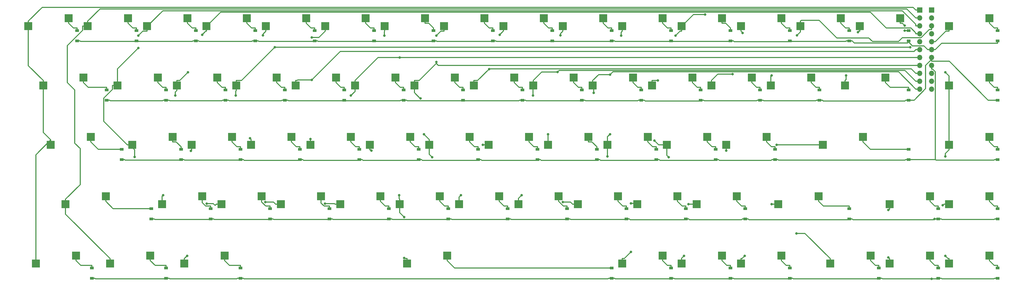
<source format=gbr>
G04 #@! TF.GenerationSoftware,KiCad,Pcbnew,(5.1.8-0-10_14)*
G04 #@! TF.CreationDate,2021-01-01T21:21:00+09:00*
G04 #@! TF.ProjectId,keyboard,6b657962-6f61-4726-942e-6b696361645f,rev?*
G04 #@! TF.SameCoordinates,Original*
G04 #@! TF.FileFunction,Copper,L2,Bot*
G04 #@! TF.FilePolarity,Positive*
%FSLAX46Y46*%
G04 Gerber Fmt 4.6, Leading zero omitted, Abs format (unit mm)*
G04 Created by KiCad (PCBNEW (5.1.8-0-10_14)) date 2021-01-01 21:21:00*
%MOMM*%
%LPD*%
G01*
G04 APERTURE LIST*
G04 #@! TA.AperFunction,ComponentPad*
%ADD10O,1.700000X1.700000*%
G04 #@! TD*
G04 #@! TA.AperFunction,ComponentPad*
%ADD11R,1.700000X1.700000*%
G04 #@! TD*
G04 #@! TA.AperFunction,SMDPad,CuDef*
%ADD12R,2.550000X2.500000*%
G04 #@! TD*
G04 #@! TA.AperFunction,SMDPad,CuDef*
%ADD13R,1.200000X0.900000*%
G04 #@! TD*
G04 #@! TA.AperFunction,ViaPad*
%ADD14C,0.800000*%
G04 #@! TD*
G04 #@! TA.AperFunction,Conductor*
%ADD15C,0.300000*%
G04 #@! TD*
G04 APERTURE END LIST*
D10*
X292100000Y-27200000D03*
X292100000Y-24660000D03*
X292100000Y-22120000D03*
X292100000Y-19580000D03*
X292100000Y-17040000D03*
X292100000Y-14500000D03*
X292100000Y-11960000D03*
X292100000Y-9420000D03*
X292100000Y-6880000D03*
X292100000Y-4340000D03*
D11*
X292100000Y-1800000D03*
D10*
X288290000Y-27200000D03*
X288290000Y-24660000D03*
X288290000Y-22120000D03*
X288290000Y-19580000D03*
X288290000Y-17040000D03*
X288290000Y-14500000D03*
X288290000Y-11960000D03*
X288290000Y-9420000D03*
X288290000Y-6880000D03*
X288290000Y-4340000D03*
D11*
X288290000Y-1800000D03*
D12*
X310642000Y-80645000D03*
X297715000Y-83185000D03*
X291592000Y-80645000D03*
X278665000Y-83185000D03*
X272542000Y-80645000D03*
X259615000Y-83185000D03*
X243967000Y-80645000D03*
X231040000Y-83185000D03*
X224917000Y-80645000D03*
X211990000Y-83185000D03*
X205867000Y-80645000D03*
X192940000Y-83185000D03*
X136811000Y-80645000D03*
X123884000Y-83185000D03*
X65373200Y-80645000D03*
X52446200Y-83185000D03*
X41560800Y-80645000D03*
X28633800Y-83185000D03*
X17748200Y-80645000D03*
X4821200Y-83185000D03*
X310642000Y-61595000D03*
X297715000Y-64135000D03*
X291592000Y-61595000D03*
X278665000Y-64135000D03*
X255873000Y-61595000D03*
X242946000Y-64135000D03*
X229680000Y-61595000D03*
X216753000Y-64135000D03*
X210630000Y-61595000D03*
X197703000Y-64135000D03*
X191580000Y-61595000D03*
X178653000Y-64135000D03*
X172530000Y-61595000D03*
X159603000Y-64135000D03*
X153480000Y-61595000D03*
X140553000Y-64135000D03*
X134430000Y-61595000D03*
X121503000Y-64135000D03*
X115380000Y-61595000D03*
X102453000Y-64135000D03*
X96329500Y-61595000D03*
X83402500Y-64135000D03*
X77279500Y-61595000D03*
X64352500Y-64135000D03*
X58229500Y-61595000D03*
X45302500Y-64135000D03*
X27273200Y-61595000D03*
X14346200Y-64135000D03*
X310642000Y-42545000D03*
X297715000Y-45085000D03*
X270161000Y-42545000D03*
X257234000Y-45085000D03*
X239204000Y-42545000D03*
X226277000Y-45085000D03*
X220154000Y-42545000D03*
X207227000Y-45085000D03*
X201104000Y-42545000D03*
X188177000Y-45085000D03*
X182054000Y-42545000D03*
X169127000Y-45085000D03*
X163004000Y-42545000D03*
X150077000Y-45085000D03*
X143954000Y-42545000D03*
X131027000Y-45085000D03*
X124904000Y-42545000D03*
X111977000Y-45085000D03*
X105854000Y-42545000D03*
X92927000Y-45085000D03*
X86804500Y-42545000D03*
X73877500Y-45085000D03*
X67754500Y-42545000D03*
X54827500Y-45085000D03*
X48704500Y-42545000D03*
X35777500Y-45085000D03*
X22510800Y-42545000D03*
X9583800Y-45085000D03*
X310642000Y-23495000D03*
X297715000Y-26035000D03*
X277304000Y-23495000D03*
X264377000Y-26035000D03*
X253492000Y-23495000D03*
X240565000Y-26035000D03*
X234442000Y-23495000D03*
X221515000Y-26035000D03*
X215392000Y-23495000D03*
X202465000Y-26035000D03*
X196342000Y-23495000D03*
X183415000Y-26035000D03*
X177292000Y-23495000D03*
X164365000Y-26035000D03*
X158242000Y-23495000D03*
X145315000Y-26035000D03*
X139192000Y-23495000D03*
X126265000Y-26035000D03*
X120142000Y-23495000D03*
X107215000Y-26035000D03*
X101092000Y-23495000D03*
X88165000Y-26035000D03*
X82042000Y-23495000D03*
X69115000Y-26035000D03*
X62992000Y-23495000D03*
X50065000Y-26035000D03*
X43942000Y-23495000D03*
X31015000Y-26035000D03*
X20129500Y-23495000D03*
X7202500Y-26035000D03*
X310642000Y-4445000D03*
X297715000Y-6985000D03*
X282067000Y-4445000D03*
X269140000Y-6985000D03*
X263017000Y-4445000D03*
X250090000Y-6985000D03*
X243967000Y-4445000D03*
X231040000Y-6985000D03*
X224917000Y-4445000D03*
X211990000Y-6985000D03*
X205867000Y-4445000D03*
X192940000Y-6985000D03*
X186817000Y-4445000D03*
X173890000Y-6985000D03*
X167767000Y-4445000D03*
X154840000Y-6985000D03*
X148717000Y-4445000D03*
X135790000Y-6985000D03*
X129667000Y-4445000D03*
X116740000Y-6985000D03*
X110617000Y-4445000D03*
X97690000Y-6985000D03*
X91567000Y-4445000D03*
X78640000Y-6985000D03*
X72517000Y-4445000D03*
X59590000Y-6985000D03*
X53467000Y-4445000D03*
X40540000Y-6985000D03*
X34417000Y-4445000D03*
X21490000Y-6985000D03*
X15367000Y-4445000D03*
X2440000Y-6985000D03*
D13*
X18050000Y-8375000D03*
X18050000Y-11675000D03*
X37100000Y-8375000D03*
X37100000Y-11675000D03*
X56150000Y-8375000D03*
X56150000Y-11675000D03*
X75200000Y-8375000D03*
X75200000Y-11675000D03*
X94250000Y-8375000D03*
X94250000Y-11675000D03*
X113300000Y-8375000D03*
X113300000Y-11675000D03*
X132350000Y-8375000D03*
X132350000Y-11675000D03*
X151400000Y-8375000D03*
X151400000Y-11675000D03*
X170450000Y-8375000D03*
X170450000Y-11675000D03*
X189500000Y-8375000D03*
X189500000Y-11675000D03*
X208550000Y-8375000D03*
X208550000Y-11675000D03*
X227600000Y-8375000D03*
X227600000Y-11675000D03*
X246650000Y-8375000D03*
X246650000Y-11675000D03*
X265700000Y-8375000D03*
X265700000Y-11675000D03*
X284750000Y-8375000D03*
X284750000Y-11675000D03*
X313325000Y-8375000D03*
X313325000Y-11675000D03*
X27575000Y-27425000D03*
X27575000Y-30725000D03*
X46625000Y-27425000D03*
X46625000Y-30725000D03*
X65675000Y-27425000D03*
X65675000Y-30725000D03*
X84725000Y-27425000D03*
X84725000Y-30725000D03*
X103775000Y-27425000D03*
X103775000Y-30725000D03*
X122825000Y-27425000D03*
X122825000Y-30725000D03*
X141875000Y-27425000D03*
X141875000Y-30725000D03*
X160925000Y-27425000D03*
X160925000Y-30725000D03*
X179975000Y-27425000D03*
X179975000Y-30725000D03*
X199025000Y-27425000D03*
X199025000Y-30725000D03*
X218075000Y-27425000D03*
X218075000Y-30725000D03*
X237125000Y-27425000D03*
X237125000Y-30725000D03*
X256175000Y-27425000D03*
X256175000Y-30725000D03*
X284750000Y-27425000D03*
X284750000Y-30725000D03*
X313325000Y-27425000D03*
X313325000Y-30725000D03*
X32337500Y-46475000D03*
X32337500Y-49775000D03*
X51387500Y-46475000D03*
X51387500Y-49775000D03*
X70437500Y-46475000D03*
X70437500Y-49775000D03*
X89487500Y-46475000D03*
X89487500Y-49775000D03*
X108538000Y-46475000D03*
X108538000Y-49775000D03*
X127588000Y-46475000D03*
X127588000Y-49775000D03*
X146638000Y-46475000D03*
X146638000Y-49775000D03*
X165688000Y-46475000D03*
X165688000Y-49775000D03*
X184738000Y-46475000D03*
X184738000Y-49775000D03*
X203788000Y-46475000D03*
X203788000Y-49775000D03*
X222838000Y-46475000D03*
X222838000Y-49775000D03*
X241888000Y-46475000D03*
X241888000Y-49775000D03*
X284750000Y-46475000D03*
X284750000Y-49775000D03*
X313325000Y-46475000D03*
X313325000Y-49775000D03*
X41862500Y-65525000D03*
X41862500Y-68825000D03*
X60912500Y-65525000D03*
X60912500Y-68825000D03*
X79962500Y-65525000D03*
X79962500Y-68825000D03*
X99012500Y-65525000D03*
X99012500Y-68825000D03*
X118062000Y-65525000D03*
X118062000Y-68825000D03*
X137112000Y-65525000D03*
X137112000Y-68825000D03*
X156162000Y-65525000D03*
X156162000Y-68825000D03*
X175212000Y-65525000D03*
X175212000Y-68825000D03*
X194262000Y-65525000D03*
X194262000Y-68825000D03*
X213312000Y-65525000D03*
X213312000Y-68825000D03*
X232362000Y-65525000D03*
X232362000Y-68825000D03*
X265700000Y-65525000D03*
X265700000Y-68825000D03*
X294275000Y-65525000D03*
X294275000Y-68825000D03*
X313325000Y-65525000D03*
X313325000Y-68825000D03*
X22812500Y-84575000D03*
X22812500Y-87875000D03*
X46625000Y-84575000D03*
X46625000Y-87875000D03*
X70437500Y-84575000D03*
X70437500Y-87875000D03*
X189500000Y-84575000D03*
X189500000Y-87875000D03*
X208550000Y-84575000D03*
X208550000Y-87875000D03*
X227600000Y-84575000D03*
X227600000Y-87875000D03*
X246650000Y-84575000D03*
X246650000Y-87875000D03*
X275225000Y-84575000D03*
X275225000Y-87875000D03*
X294275000Y-84575000D03*
X294275000Y-87875000D03*
X313325000Y-84575000D03*
X313325000Y-87875000D03*
D14*
X37717900Y-13959000D03*
X37717900Y-10025000D03*
X45681300Y-61223000D03*
X36509500Y-48982900D03*
X58183600Y-9730000D03*
X53644700Y-21761400D03*
X53345600Y-80664000D03*
X49557300Y-29249500D03*
X54594000Y-46979600D03*
X59614100Y-63954400D03*
X81516600Y-13759700D03*
X77662900Y-9880000D03*
X285290000Y-13759700D03*
X68912800Y-29249500D03*
X78476000Y-63447900D03*
X73553200Y-42953100D03*
X97576900Y-63927900D03*
X92884000Y-43228200D03*
X93352600Y-10622900D03*
X93352600Y-24184600D03*
X116615500Y-9979800D03*
X121494200Y-17040000D03*
X105886300Y-29249500D03*
X112435400Y-46942200D03*
X121333600Y-61223000D03*
X122966700Y-68291600D03*
X122966700Y-81334000D03*
X129297000Y-41655900D03*
X128225600Y-30112100D03*
X141197700Y-61191700D03*
X131914600Y-48994900D03*
X133278700Y-18481000D03*
X133278700Y-10025000D03*
X160677000Y-61191700D03*
X153589000Y-9730000D03*
X148187500Y-45085000D03*
X150211800Y-20755100D03*
X173877800Y-63451700D03*
X172127000Y-21720400D03*
X173062400Y-9880000D03*
X169114000Y-41655900D03*
X164318200Y-29249500D03*
X189022500Y-22519100D03*
X192541700Y-10004200D03*
X188169300Y-48749300D03*
X189022500Y-41625700D03*
X183797500Y-28333600D03*
X195711500Y-79448700D03*
X195711500Y-63849800D03*
X219500100Y-3256600D03*
X212751500Y-80664000D03*
X203236700Y-43701500D03*
X207840800Y-49020900D03*
X210004600Y-10025000D03*
X214182800Y-64135000D03*
X204319500Y-24434700D03*
X231500200Y-9186200D03*
X226236400Y-46935600D03*
X232230800Y-80664000D03*
X228306800Y-22405400D03*
X242427900Y-45085000D03*
X248994400Y-9880000D03*
X240784600Y-22769200D03*
X248748000Y-73487100D03*
X240784600Y-64135000D03*
X268527400Y-8864700D03*
X264674800Y-22769200D03*
X278218100Y-81183100D03*
X278218100Y-65987200D03*
X296528400Y-80695200D03*
X296528400Y-48748000D03*
X296528400Y-21761400D03*
X295657500Y-64462400D03*
X293067300Y-68825000D03*
X292115400Y-88095300D03*
X283463400Y-6788900D03*
X283463400Y-8375000D03*
D15*
X287089700Y-1800000D02*
X286197300Y-907600D01*
X286197300Y-907600D02*
X6917100Y-907600D01*
X6917100Y-907600D02*
X2440000Y-5384700D01*
X9583800Y-43484700D02*
X4821200Y-48247300D01*
X4821200Y-48247300D02*
X4821200Y-83185000D01*
X7202500Y-26035000D02*
X7202500Y-41103400D01*
X7202500Y-41103400D02*
X9583800Y-43484700D01*
X7202500Y-26035000D02*
X7202500Y-24434700D01*
X9583800Y-45085000D02*
X9583800Y-43484700D01*
X7202500Y-24434700D02*
X2440000Y-19672200D01*
X2440000Y-19672200D02*
X2440000Y-6985000D01*
X288290000Y-1800000D02*
X287089700Y-1800000D01*
X2440000Y-6985000D02*
X2440000Y-5384700D01*
X21490000Y-6985000D02*
X19864700Y-6985000D01*
X14346200Y-64135000D02*
X14346200Y-62534700D01*
X14346200Y-62534700D02*
X19042800Y-57838100D01*
X19042800Y-57838100D02*
X19042800Y-46237300D01*
X19042800Y-46237300D02*
X17332900Y-44527400D01*
X17332900Y-44527400D02*
X17332900Y-27468700D01*
X17332900Y-27468700D02*
X14958300Y-25094100D01*
X14958300Y-25094100D02*
X14958300Y-13208900D01*
X14958300Y-13208900D02*
X19864700Y-8302500D01*
X19864700Y-8302500D02*
X19864700Y-6985000D01*
X28633800Y-81584700D02*
X14346200Y-67297100D01*
X14346200Y-67297100D02*
X14346200Y-64135000D01*
X287089700Y-4340000D02*
X284169200Y-1419500D01*
X284169200Y-1419500D02*
X25455200Y-1419500D01*
X25455200Y-1419500D02*
X21490000Y-5384700D01*
X21490000Y-6985000D02*
X21490000Y-5384700D01*
X28633800Y-83185000D02*
X28633800Y-81584700D01*
X288290000Y-4340000D02*
X287089700Y-4340000D01*
X288290000Y-6880000D02*
X287089700Y-6880000D01*
X40540000Y-7074300D02*
X45610100Y-2004200D01*
X45610100Y-2004200D02*
X282711300Y-2004200D01*
X282711300Y-2004200D02*
X287089700Y-6382600D01*
X287089700Y-6382600D02*
X287089700Y-6880000D01*
X40540000Y-6985000D02*
X40540000Y-7074300D01*
X40540000Y-7154800D02*
X40540000Y-7074300D01*
X40540000Y-7154800D02*
X40540000Y-8585300D01*
X37717900Y-13959000D02*
X31015000Y-20661900D01*
X31015000Y-20661900D02*
X31015000Y-26035000D01*
X40540000Y-8585300D02*
X39157600Y-8585300D01*
X39157600Y-8585300D02*
X37717900Y-10025000D01*
X45681300Y-61223000D02*
X45302500Y-61601800D01*
X45302500Y-61601800D02*
X45302500Y-64135000D01*
X34964900Y-45085000D02*
X36509500Y-46629600D01*
X36509500Y-46629600D02*
X36509500Y-48982900D01*
X34964900Y-45085000D02*
X34152200Y-45085000D01*
X35777500Y-45085000D02*
X34964900Y-45085000D01*
X31015000Y-26035000D02*
X29389700Y-26035000D01*
X29389700Y-26035000D02*
X29389700Y-27270900D01*
X29389700Y-27270900D02*
X26624600Y-30036000D01*
X26624600Y-30036000D02*
X26624600Y-37557400D01*
X26624600Y-37557400D02*
X34152200Y-45085000D01*
X287089700Y-9420000D02*
X287089700Y-9140300D01*
X287089700Y-9140300D02*
X285496700Y-7547300D01*
X285496700Y-7547300D02*
X277562800Y-7547300D01*
X277562800Y-7547300D02*
X272521800Y-2506300D01*
X272521800Y-2506300D02*
X64113300Y-2506300D01*
X64113300Y-2506300D02*
X59590000Y-7029600D01*
X288290000Y-9420000D02*
X287089700Y-9420000D01*
X59590000Y-7029600D02*
X59590000Y-7074300D01*
X59590000Y-6985000D02*
X59590000Y-7029600D01*
X59590000Y-7154800D02*
X59590000Y-7074300D01*
X59590000Y-7154800D02*
X59590000Y-8585300D01*
X50065000Y-26035000D02*
X50065000Y-24434700D01*
X58183600Y-9730000D02*
X59328300Y-8585300D01*
X59328300Y-8585300D02*
X59590000Y-8585300D01*
X50065000Y-24434700D02*
X50971400Y-24434700D01*
X50971400Y-24434700D02*
X53644700Y-21761400D01*
X50065000Y-26817400D02*
X50065000Y-26035000D01*
X52446200Y-83185000D02*
X52446200Y-81584700D01*
X52446200Y-81584700D02*
X53345600Y-80685300D01*
X53345600Y-80685300D02*
X53345600Y-80664000D01*
X50065000Y-26817400D02*
X50065000Y-27635300D01*
X49557300Y-29249500D02*
X49557300Y-28143000D01*
X49557300Y-28143000D02*
X50065000Y-27635300D01*
X62727200Y-64135000D02*
X62399800Y-64462400D01*
X62399800Y-64462400D02*
X62295000Y-64462400D01*
X62295000Y-64462400D02*
X61787000Y-63954400D01*
X61787000Y-63954400D02*
X59614100Y-63954400D01*
X54594000Y-46979600D02*
X54827500Y-46746100D01*
X54827500Y-46746100D02*
X54827500Y-45085000D01*
X64352500Y-64135000D02*
X62727200Y-64135000D01*
X78640000Y-6985000D02*
X78640000Y-8585300D01*
X69115000Y-26035000D02*
X69115000Y-24434700D01*
X81516600Y-13759700D02*
X285290000Y-13759700D01*
X69115000Y-24434700D02*
X70841600Y-24434700D01*
X70841600Y-24434700D02*
X81516600Y-13759700D01*
X78640000Y-8585300D02*
X77662900Y-9562400D01*
X77662900Y-9562400D02*
X77662900Y-9880000D01*
X69115000Y-26035000D02*
X69115000Y-27635300D01*
X69115000Y-27635300D02*
X68912800Y-27837500D01*
X68912800Y-27837500D02*
X68912800Y-29249500D01*
X83402500Y-64135000D02*
X81777200Y-64135000D01*
X81777200Y-64135000D02*
X81090100Y-63447900D01*
X81090100Y-63447900D02*
X78476000Y-63447900D01*
X73877500Y-45085000D02*
X73877500Y-43277400D01*
X73877500Y-43277400D02*
X73553200Y-42953100D01*
X102453000Y-64135000D02*
X100827700Y-64135000D01*
X97576900Y-63927900D02*
X100620600Y-63927900D01*
X100620600Y-63927900D02*
X100827700Y-64135000D01*
X92927000Y-45085000D02*
X92927000Y-43271200D01*
X92927000Y-43271200D02*
X92884000Y-43228200D01*
X288290000Y-14500000D02*
X287089700Y-14500000D01*
X287089700Y-14500000D02*
X286544800Y-15044900D01*
X286544800Y-15044900D02*
X102492300Y-15044900D01*
X102492300Y-15044900D02*
X93352600Y-24184600D01*
X88165000Y-24434700D02*
X88572400Y-24434700D01*
X88572400Y-24434700D02*
X88822500Y-24184600D01*
X88822500Y-24184600D02*
X93352600Y-24184600D01*
X97690000Y-8585300D02*
X95652400Y-10622900D01*
X95652400Y-10622900D02*
X93352600Y-10622900D01*
X97690000Y-6985000D02*
X97690000Y-8585300D01*
X88165000Y-26035000D02*
X88165000Y-24434700D01*
X116740000Y-6985000D02*
X116740000Y-8585300D01*
X116615500Y-9979800D02*
X116615500Y-8709800D01*
X116615500Y-8709800D02*
X116740000Y-8585300D01*
X121494200Y-17040000D02*
X114609700Y-17040000D01*
X114609700Y-17040000D02*
X107215000Y-24434700D01*
X287089700Y-17040000D02*
X121494200Y-17040000D01*
X107215000Y-26035000D02*
X107215000Y-24434700D01*
X105886300Y-29249500D02*
X107215000Y-27920800D01*
X107215000Y-27920800D02*
X107215000Y-26035000D01*
X121503000Y-64135000D02*
X121503000Y-62534700D01*
X121503000Y-62534700D02*
X121333600Y-62365300D01*
X121333600Y-62365300D02*
X121333600Y-61223000D01*
X122966700Y-68291600D02*
X121503000Y-66827900D01*
X121503000Y-66827900D02*
X121503000Y-64135000D01*
X111977000Y-45085000D02*
X111977000Y-46685300D01*
X112435400Y-46942200D02*
X112178500Y-46685300D01*
X112178500Y-46685300D02*
X111977000Y-46685300D01*
X288290000Y-17040000D02*
X287089700Y-17040000D01*
X123884000Y-83185000D02*
X123884000Y-81584700D01*
X123884000Y-81584700D02*
X123217400Y-81584700D01*
X123217400Y-81584700D02*
X122966700Y-81334000D01*
X126265000Y-26035000D02*
X126265000Y-24434700D01*
X133278700Y-18924500D02*
X127768500Y-24434700D01*
X127768500Y-24434700D02*
X126265000Y-24434700D01*
X133278700Y-18924500D02*
X133934200Y-19580000D01*
X133934200Y-19580000D02*
X287089700Y-19580000D01*
X133278700Y-18481000D02*
X133278700Y-18924500D01*
X129297000Y-41655900D02*
X131027000Y-43385900D01*
X131027000Y-43385900D02*
X131027000Y-45085000D01*
X126265000Y-26035000D02*
X126265000Y-28318200D01*
X126265000Y-28318200D02*
X128058900Y-30112100D01*
X128058900Y-30112100D02*
X128225600Y-30112100D01*
X141197700Y-61191700D02*
X140553000Y-61836400D01*
X140553000Y-61836400D02*
X140553000Y-64135000D01*
X131027000Y-45085000D02*
X131027000Y-48107300D01*
X131027000Y-48107300D02*
X131914600Y-48994900D01*
X288290000Y-19580000D02*
X287089700Y-19580000D01*
X135790000Y-6985000D02*
X135790000Y-8585300D01*
X135790000Y-8585300D02*
X134718400Y-8585300D01*
X134718400Y-8585300D02*
X133278700Y-10025000D01*
X160677000Y-61191700D02*
X159603000Y-62265700D01*
X159603000Y-62265700D02*
X159603000Y-64135000D01*
X154840000Y-6985000D02*
X154840000Y-8585300D01*
X154840000Y-8585300D02*
X154733700Y-8585300D01*
X154733700Y-8585300D02*
X153589000Y-9730000D01*
X287089700Y-22120000D02*
X285606700Y-20637000D01*
X285606700Y-20637000D02*
X150329900Y-20637000D01*
X150329900Y-20637000D02*
X150211800Y-20755100D01*
X145315000Y-24434700D02*
X146532200Y-24434700D01*
X146532200Y-24434700D02*
X150211800Y-20755100D01*
X288290000Y-22120000D02*
X287089700Y-22120000D01*
X148451700Y-45085000D02*
X148187500Y-45085000D01*
X150077000Y-45085000D02*
X148451700Y-45085000D01*
X145315000Y-26035000D02*
X145315000Y-24434700D01*
X178653000Y-64135000D02*
X177027700Y-64135000D01*
X177027700Y-64135000D02*
X176344400Y-63451700D01*
X176344400Y-63451700D02*
X173877800Y-63451700D01*
X173890000Y-6985000D02*
X173890000Y-8585300D01*
X169114000Y-41655900D02*
X169127000Y-41668900D01*
X169127000Y-41668900D02*
X169127000Y-45085000D01*
X172127000Y-21720400D02*
X167079300Y-21720400D01*
X167079300Y-21720400D02*
X164365000Y-24434700D01*
X287089700Y-24660000D02*
X283567000Y-21137300D01*
X283567000Y-21137300D02*
X172710100Y-21137300D01*
X172710100Y-21137300D02*
X172127000Y-21720400D01*
X173890000Y-8585300D02*
X173062400Y-9412900D01*
X173062400Y-9412900D02*
X173062400Y-9880000D01*
X164365000Y-25234800D02*
X164318200Y-25281600D01*
X164318200Y-25281600D02*
X164318200Y-29249500D01*
X164365000Y-25234800D02*
X164365000Y-24434700D01*
X164365000Y-26035000D02*
X164365000Y-25234800D01*
X288290000Y-24660000D02*
X287089700Y-24660000D01*
X192940000Y-6985000D02*
X192940000Y-8585300D01*
X189022500Y-22519100D02*
X189904000Y-21637600D01*
X189904000Y-21637600D02*
X281527300Y-21637600D01*
X281527300Y-21637600D02*
X287089700Y-27200000D01*
X189022500Y-22519100D02*
X185330600Y-22519100D01*
X185330600Y-22519100D02*
X183415000Y-24434700D01*
X192940000Y-8585300D02*
X192541700Y-8983600D01*
X192541700Y-8983600D02*
X192541700Y-10004200D01*
X188177000Y-45085000D02*
X188177000Y-46685300D01*
X188177000Y-46685300D02*
X188169300Y-46693000D01*
X188169300Y-46693000D02*
X188169300Y-48749300D01*
X189022500Y-41625700D02*
X188177000Y-42471200D01*
X188177000Y-42471200D02*
X188177000Y-45085000D01*
X183415000Y-25234800D02*
X183797500Y-25617300D01*
X183797500Y-25617300D02*
X183797500Y-28333600D01*
X183415000Y-25234800D02*
X183415000Y-24434700D01*
X183415000Y-26035000D02*
X183415000Y-25234800D01*
X197703000Y-64135000D02*
X197703000Y-63874500D01*
X197703000Y-63874500D02*
X197678300Y-63849800D01*
X197678300Y-63849800D02*
X195711500Y-63849800D01*
X192940000Y-83185000D02*
X192940000Y-81584700D01*
X192940000Y-81584700D02*
X193575500Y-81584700D01*
X193575500Y-81584700D02*
X195711500Y-79448700D01*
X288290000Y-27200000D02*
X287089700Y-27200000D01*
X211990000Y-7029600D02*
X215763000Y-3256600D01*
X215763000Y-3256600D02*
X219500100Y-3256600D01*
X211990000Y-7029600D02*
X211990000Y-7074300D01*
X211990000Y-6985000D02*
X211990000Y-7029600D01*
X212751500Y-80664000D02*
X211990000Y-81425500D01*
X211990000Y-81425500D02*
X211990000Y-83185000D01*
X207227000Y-45085000D02*
X204620200Y-45085000D01*
X204620200Y-45085000D02*
X203236700Y-43701500D01*
X207227000Y-45085000D02*
X207227000Y-48407100D01*
X207227000Y-48407100D02*
X207840800Y-49020900D01*
X211990000Y-7154800D02*
X211990000Y-7074300D01*
X211990000Y-7154800D02*
X211990000Y-8585300D01*
X211990000Y-8585300D02*
X211444300Y-8585300D01*
X211444300Y-8585300D02*
X210004600Y-10025000D01*
X216753000Y-64135000D02*
X214182800Y-64135000D01*
X202465000Y-24434700D02*
X204319500Y-24434700D01*
X202465000Y-26035000D02*
X202465000Y-24434700D01*
X231040000Y-6985000D02*
X231040000Y-8585300D01*
X231040000Y-8585300D02*
X231500200Y-9045500D01*
X231500200Y-9045500D02*
X231500200Y-9186200D01*
X226277000Y-46685300D02*
X226277000Y-46895000D01*
X226277000Y-46895000D02*
X226236400Y-46935600D01*
X226277000Y-45085000D02*
X226277000Y-46685300D01*
X231040000Y-83185000D02*
X231040000Y-81584700D01*
X232230800Y-80664000D02*
X231310100Y-81584700D01*
X231310100Y-81584700D02*
X231040000Y-81584700D01*
X221515000Y-26035000D02*
X221515000Y-24434700D01*
X221515000Y-24434700D02*
X223544300Y-22405400D01*
X223544300Y-22405400D02*
X228306800Y-22405400D01*
X250090000Y-6985000D02*
X250090000Y-5384700D01*
X250090000Y-5384700D02*
X250386600Y-5088100D01*
X250386600Y-5088100D02*
X256053600Y-5088100D01*
X256053600Y-5088100D02*
X261715800Y-10750300D01*
X261715800Y-10750300D02*
X272011100Y-10750300D01*
X272011100Y-10750300D02*
X273148200Y-11887400D01*
X273148200Y-11887400D02*
X281517600Y-11887400D01*
X281517600Y-11887400D02*
X282715000Y-10690000D01*
X282715000Y-10690000D02*
X288780400Y-10690000D01*
X288780400Y-10690000D02*
X291390100Y-8080300D01*
X291390100Y-8080300D02*
X292100000Y-8080300D01*
X248994400Y-9880000D02*
X250090000Y-8784400D01*
X250090000Y-8784400D02*
X250090000Y-6985000D01*
X292100000Y-6880000D02*
X292100000Y-8080300D01*
X257234000Y-45085000D02*
X242427900Y-45085000D01*
X240565000Y-26035000D02*
X240565000Y-22988800D01*
X240565000Y-22988800D02*
X240784600Y-22769200D01*
X259615000Y-83185000D02*
X259615000Y-81584700D01*
X248748000Y-73487100D02*
X251517400Y-73487100D01*
X251517400Y-73487100D02*
X259615000Y-81584700D01*
X242946000Y-64135000D02*
X240784600Y-64135000D01*
X269140000Y-6985000D02*
X269140000Y-8585300D01*
X269140000Y-8585300D02*
X268806800Y-8585300D01*
X268806800Y-8585300D02*
X268527400Y-8864700D01*
X264377000Y-26035000D02*
X264377000Y-24434700D01*
X264377000Y-24434700D02*
X264674800Y-24136900D01*
X264674800Y-24136900D02*
X264674800Y-22769200D01*
X278665000Y-65735300D02*
X278470000Y-65735300D01*
X278470000Y-65735300D02*
X278218100Y-65987200D01*
X278665000Y-83185000D02*
X278665000Y-81584700D01*
X278665000Y-81584700D02*
X278619700Y-81584700D01*
X278619700Y-81584700D02*
X278218100Y-81183100D01*
X278665000Y-64135000D02*
X278665000Y-65735300D01*
X297715000Y-83185000D02*
X297715000Y-81584700D01*
X296528400Y-80695200D02*
X297417900Y-81584700D01*
X297417900Y-81584700D02*
X297715000Y-81584700D01*
X297715000Y-45085000D02*
X297715000Y-46685300D01*
X297715000Y-46685300D02*
X296528400Y-47871900D01*
X296528400Y-47871900D02*
X296528400Y-48748000D01*
X297715000Y-26035000D02*
X297715000Y-45085000D01*
X296528400Y-21761400D02*
X297715000Y-22948000D01*
X297715000Y-22948000D02*
X297715000Y-26035000D01*
X292100000Y-11960000D02*
X293300300Y-11960000D01*
X297715000Y-6985000D02*
X297715000Y-8585300D01*
X297715000Y-8585300D02*
X296675000Y-8585300D01*
X296675000Y-8585300D02*
X293300300Y-11960000D01*
X297715000Y-64135000D02*
X296089700Y-64135000D01*
X295657500Y-64462400D02*
X295762300Y-64462400D01*
X295762300Y-64462400D02*
X296089700Y-64135000D01*
X266650300Y-11675000D02*
X267363100Y-12387800D01*
X267363100Y-12387800D02*
X284437300Y-12387800D01*
X284437300Y-12387800D02*
X284750000Y-12075100D01*
X75200000Y-11675000D02*
X76150300Y-11675000D01*
X94725200Y-11675000D02*
X94497500Y-11902700D01*
X94497500Y-11902700D02*
X76378000Y-11902700D01*
X76378000Y-11902700D02*
X76150300Y-11675000D01*
X94725200Y-11675000D02*
X95200300Y-11675000D01*
X94250000Y-11675000D02*
X94725200Y-11675000D01*
X113537600Y-11675000D02*
X113337700Y-11874900D01*
X113337700Y-11874900D02*
X95400200Y-11874900D01*
X95400200Y-11874900D02*
X95200300Y-11675000D01*
X113537600Y-11675000D02*
X113775200Y-11675000D01*
X113300000Y-11675000D02*
X113537600Y-11675000D01*
X132825200Y-11675000D02*
X132625500Y-11874700D01*
X132625500Y-11874700D02*
X113974900Y-11874700D01*
X113974900Y-11874700D02*
X113775200Y-11675000D01*
X132825200Y-11675000D02*
X133300300Y-11675000D01*
X132350000Y-11675000D02*
X132825200Y-11675000D01*
X151875200Y-11675000D02*
X151675300Y-11874900D01*
X151675300Y-11874900D02*
X133500200Y-11874900D01*
X133500200Y-11874900D02*
X133300300Y-11675000D01*
X151875200Y-11675000D02*
X152350300Y-11675000D01*
X151400000Y-11675000D02*
X151875200Y-11675000D01*
X170687600Y-11675000D02*
X170464600Y-11898000D01*
X170464600Y-11898000D02*
X152573300Y-11898000D01*
X152573300Y-11898000D02*
X152350300Y-11675000D01*
X170687600Y-11675000D02*
X170925200Y-11675000D01*
X170450000Y-11675000D02*
X170687600Y-11675000D01*
X189975200Y-11675000D02*
X189777600Y-11872600D01*
X189777600Y-11872600D02*
X171122800Y-11872600D01*
X171122800Y-11872600D02*
X170925200Y-11675000D01*
X189975200Y-11675000D02*
X190450300Y-11675000D01*
X189500000Y-11675000D02*
X189975200Y-11675000D01*
X208787600Y-11675000D02*
X208592800Y-11869800D01*
X208592800Y-11869800D02*
X190645100Y-11869800D01*
X190645100Y-11869800D02*
X190450300Y-11675000D01*
X208787600Y-11675000D02*
X209025200Y-11675000D01*
X208550000Y-11675000D02*
X208787600Y-11675000D01*
X292100000Y-14500000D02*
X293300300Y-14500000D01*
X313325000Y-11675000D02*
X313325000Y-12475300D01*
X313325000Y-12475300D02*
X295325000Y-12475300D01*
X295325000Y-12475300D02*
X293300300Y-14500000D01*
X228075200Y-11675000D02*
X227861400Y-11888800D01*
X227861400Y-11888800D02*
X209239000Y-11888800D01*
X209239000Y-11888800D02*
X209025200Y-11675000D01*
X228075200Y-11675000D02*
X228550300Y-11675000D01*
X227600000Y-11675000D02*
X228075200Y-11675000D01*
X246887600Y-11675000D02*
X246647200Y-11915400D01*
X246647200Y-11915400D02*
X228790700Y-11915400D01*
X228790700Y-11915400D02*
X228550300Y-11675000D01*
X246887600Y-11675000D02*
X247125200Y-11675000D01*
X246650000Y-11675000D02*
X246887600Y-11675000D01*
X290899700Y-14500000D02*
X289699400Y-13299700D01*
X289699400Y-13299700D02*
X285974600Y-13299700D01*
X285974600Y-13299700D02*
X284750000Y-12075100D01*
X292100000Y-14500000D02*
X290899700Y-14500000D01*
X265700000Y-11675000D02*
X266650300Y-11675000D01*
X284750000Y-11675000D02*
X284750000Y-12075100D01*
X265700000Y-11675000D02*
X264749700Y-11675000D01*
X247125200Y-11675000D02*
X247323600Y-11873400D01*
X247323600Y-11873400D02*
X264551300Y-11873400D01*
X264551300Y-11873400D02*
X264749700Y-11675000D01*
X75200000Y-11675000D02*
X74249700Y-11675000D01*
X74249700Y-11675000D02*
X74040400Y-11884300D01*
X74040400Y-11884300D02*
X57309600Y-11884300D01*
X57309600Y-11884300D02*
X57100300Y-11675000D01*
X56150000Y-11675000D02*
X57100300Y-11675000D01*
X56150000Y-11675000D02*
X55199700Y-11675000D01*
X55199700Y-11675000D02*
X54990100Y-11884600D01*
X54990100Y-11884600D02*
X37784800Y-11884600D01*
X37784800Y-11884600D02*
X37575200Y-11675000D01*
X19000300Y-11675000D02*
X19204400Y-11879100D01*
X19204400Y-11879100D02*
X37371100Y-11879100D01*
X37371100Y-11879100D02*
X37575200Y-11675000D01*
X18050000Y-11675000D02*
X19000300Y-11675000D01*
X37100000Y-11675000D02*
X37575200Y-11675000D01*
X46625000Y-30725000D02*
X45674700Y-30725000D01*
X27575000Y-30725000D02*
X28525300Y-30725000D01*
X28525300Y-30725000D02*
X28719600Y-30919300D01*
X28719600Y-30919300D02*
X45480400Y-30919300D01*
X45480400Y-30919300D02*
X45674700Y-30725000D01*
X284750000Y-30725000D02*
X283799700Y-30725000D01*
X283799700Y-30725000D02*
X283562700Y-30962000D01*
X283562700Y-30962000D02*
X257362300Y-30962000D01*
X257362300Y-30962000D02*
X257125300Y-30725000D01*
X292100000Y-17638100D02*
X290195000Y-19543100D01*
X290195000Y-19543100D02*
X290195000Y-27035200D01*
X290195000Y-27035200D02*
X286505200Y-30725000D01*
X286505200Y-30725000D02*
X284750000Y-30725000D01*
X256175000Y-30725000D02*
X257125300Y-30725000D01*
X292100000Y-17638100D02*
X292100000Y-18240300D01*
X292100000Y-17040000D02*
X292100000Y-17638100D01*
X199025000Y-30725000D02*
X199975300Y-30725000D01*
X218550200Y-30725000D02*
X218296100Y-30979100D01*
X218296100Y-30979100D02*
X200229400Y-30979100D01*
X200229400Y-30979100D02*
X199975300Y-30725000D01*
X218550200Y-30725000D02*
X219025300Y-30725000D01*
X218075000Y-30725000D02*
X218550200Y-30725000D01*
X160925000Y-30725000D02*
X161875300Y-30725000D01*
X180450200Y-30725000D02*
X180255900Y-30919300D01*
X180255900Y-30919300D02*
X162069600Y-30919300D01*
X162069600Y-30919300D02*
X161875300Y-30725000D01*
X180450200Y-30725000D02*
X180925300Y-30725000D01*
X179975000Y-30725000D02*
X180450200Y-30725000D01*
X199025000Y-30725000D02*
X198074700Y-30725000D01*
X198074700Y-30725000D02*
X197880400Y-30919300D01*
X197880400Y-30919300D02*
X181119600Y-30919300D01*
X181119600Y-30919300D02*
X180925300Y-30725000D01*
X313325000Y-30725000D02*
X310265600Y-30725000D01*
X310265600Y-30725000D02*
X297780900Y-18240300D01*
X297780900Y-18240300D02*
X292100000Y-18240300D01*
X65675000Y-30725000D02*
X64724700Y-30725000D01*
X46625000Y-30725000D02*
X47575300Y-30725000D01*
X47575300Y-30725000D02*
X47769600Y-30919300D01*
X47769600Y-30919300D02*
X64530400Y-30919300D01*
X64530400Y-30919300D02*
X64724700Y-30725000D01*
X103775000Y-30919300D02*
X121680400Y-30919300D01*
X121680400Y-30919300D02*
X121874700Y-30725000D01*
X84725000Y-30725000D02*
X85675300Y-30725000D01*
X103775000Y-30919300D02*
X85869600Y-30919300D01*
X85869600Y-30919300D02*
X85675300Y-30725000D01*
X103775000Y-30725000D02*
X103775000Y-30919300D01*
X122825000Y-30725000D02*
X121874700Y-30725000D01*
X141875000Y-30924300D02*
X123974600Y-30924300D01*
X123974600Y-30924300D02*
X123775300Y-30725000D01*
X122825000Y-30725000D02*
X123775300Y-30725000D01*
X65675000Y-30725000D02*
X66625300Y-30725000D01*
X83501000Y-30919300D02*
X66819600Y-30919300D01*
X66819600Y-30919300D02*
X66625300Y-30725000D01*
X83774700Y-30725000D02*
X83580400Y-30919300D01*
X83580400Y-30919300D02*
X83501000Y-30919300D01*
X84725000Y-30725000D02*
X83774700Y-30725000D01*
X141875000Y-30924300D02*
X141875000Y-30725000D01*
X141875000Y-30924300D02*
X159775400Y-30924300D01*
X159775400Y-30924300D02*
X159974700Y-30725000D01*
X160925000Y-30725000D02*
X159974700Y-30725000D01*
X236174700Y-30725000D02*
X235975400Y-30924300D01*
X235975400Y-30924300D02*
X219224600Y-30924300D01*
X219224600Y-30924300D02*
X219025300Y-30725000D01*
X237125000Y-30725000D02*
X236174700Y-30725000D01*
X237125000Y-30725000D02*
X238075300Y-30725000D01*
X256175000Y-30725000D02*
X255224700Y-30725000D01*
X255224700Y-30725000D02*
X254992900Y-30956800D01*
X254992900Y-30956800D02*
X238307100Y-30956800D01*
X238307100Y-30956800D02*
X238075300Y-30725000D01*
X32337500Y-49775000D02*
X33287800Y-49775000D01*
X51862700Y-49775000D02*
X51637700Y-50000000D01*
X51637700Y-50000000D02*
X33512800Y-50000000D01*
X33512800Y-50000000D02*
X33287800Y-49775000D01*
X51862700Y-49775000D02*
X52337800Y-49775000D01*
X51387500Y-49775000D02*
X51862700Y-49775000D01*
X70912700Y-49775000D02*
X70713900Y-49973800D01*
X70713900Y-49973800D02*
X52536600Y-49973800D01*
X52536600Y-49973800D02*
X52337800Y-49775000D01*
X70912700Y-49775000D02*
X71387800Y-49775000D01*
X70437500Y-49775000D02*
X70912700Y-49775000D01*
X293310100Y-49775000D02*
X285700300Y-49775000D01*
X312374700Y-49775000D02*
X312142700Y-50007000D01*
X312142700Y-50007000D02*
X293542100Y-50007000D01*
X293542100Y-50007000D02*
X293310100Y-49775000D01*
X293310100Y-49775000D02*
X293310100Y-21617400D01*
X293310100Y-21617400D02*
X292473000Y-20780300D01*
X292473000Y-20780300D02*
X292100000Y-20780300D01*
X292100000Y-19580000D02*
X292100000Y-20780300D01*
X284750000Y-49775000D02*
X285700300Y-49775000D01*
X313325000Y-49775000D02*
X312374700Y-49775000D01*
X241888000Y-49775000D02*
X242838300Y-49775000D01*
X284750000Y-49775000D02*
X283799700Y-49775000D01*
X283799700Y-49775000D02*
X283587500Y-49987200D01*
X283587500Y-49987200D02*
X243050500Y-49987200D01*
X243050500Y-49987200D02*
X242838300Y-49775000D01*
X204738300Y-49775000D02*
X205039500Y-50076200D01*
X205039500Y-50076200D02*
X223012000Y-50076200D01*
X223012000Y-50076200D02*
X223313200Y-49775000D01*
X241412900Y-49775000D02*
X241888000Y-49775000D01*
X241412900Y-49775000D02*
X240937700Y-49775000D01*
X89962700Y-49775000D02*
X89714200Y-50023500D01*
X89714200Y-50023500D02*
X71636300Y-50023500D01*
X71636300Y-50023500D02*
X71387800Y-49775000D01*
X89962700Y-49775000D02*
X90437800Y-49775000D01*
X89487500Y-49775000D02*
X89962700Y-49775000D01*
X109013200Y-49775000D02*
X108764200Y-50024000D01*
X108764200Y-50024000D02*
X90686800Y-50024000D01*
X90686800Y-50024000D02*
X90437800Y-49775000D01*
X109013200Y-49775000D02*
X109488300Y-49775000D01*
X108538000Y-49775000D02*
X109013200Y-49775000D01*
X128063200Y-49775000D02*
X127813900Y-50024300D01*
X127813900Y-50024300D02*
X109737600Y-50024300D01*
X109737600Y-50024300D02*
X109488300Y-49775000D01*
X128063200Y-49775000D02*
X128538300Y-49775000D01*
X127588000Y-49775000D02*
X128063200Y-49775000D01*
X147113200Y-49775000D02*
X146863900Y-50024300D01*
X146863900Y-50024300D02*
X128787600Y-50024300D01*
X128787600Y-50024300D02*
X128538300Y-49775000D01*
X147113200Y-49775000D02*
X147588300Y-49775000D01*
X146638000Y-49775000D02*
X147113200Y-49775000D01*
X166163200Y-49775000D02*
X165913900Y-50024300D01*
X165913900Y-50024300D02*
X147837600Y-50024300D01*
X147837600Y-50024300D02*
X147588300Y-49775000D01*
X166163200Y-49775000D02*
X166638300Y-49775000D01*
X165688000Y-49775000D02*
X166163200Y-49775000D01*
X185213200Y-49775000D02*
X184963900Y-50024300D01*
X184963900Y-50024300D02*
X166887600Y-50024300D01*
X166887600Y-50024300D02*
X166638300Y-49775000D01*
X185213200Y-49775000D02*
X185688300Y-49775000D01*
X184738000Y-49775000D02*
X185213200Y-49775000D01*
X204263200Y-49775000D02*
X204013900Y-50024300D01*
X204013900Y-50024300D02*
X185937600Y-50024300D01*
X185937600Y-50024300D02*
X185688300Y-49775000D01*
X204263200Y-49775000D02*
X204738300Y-49775000D01*
X203788000Y-49775000D02*
X204263200Y-49775000D01*
X223313200Y-49775000D02*
X223788300Y-49775000D01*
X222838000Y-49775000D02*
X223313200Y-49775000D01*
X240937700Y-49775000D02*
X240688400Y-50024300D01*
X240688400Y-50024300D02*
X224037600Y-50024300D01*
X224037600Y-50024300D02*
X223788300Y-49775000D01*
X232362000Y-68825000D02*
X233312300Y-68825000D01*
X266175200Y-68825000D02*
X265928700Y-69071500D01*
X265928700Y-69071500D02*
X233558800Y-69071500D01*
X233558800Y-69071500D02*
X233312300Y-68825000D01*
X266175200Y-68825000D02*
X266650300Y-68825000D01*
X265700000Y-68825000D02*
X266175200Y-68825000D01*
X293067300Y-68825000D02*
X292821400Y-69070900D01*
X292821400Y-69070900D02*
X266896200Y-69070900D01*
X266896200Y-69070900D02*
X266650300Y-68825000D01*
X293324700Y-68825000D02*
X293067300Y-68825000D01*
X294275000Y-68825000D02*
X295225300Y-68825000D01*
X313325000Y-68825000D02*
X312374700Y-68825000D01*
X312374700Y-68825000D02*
X312178600Y-69021100D01*
X312178600Y-69021100D02*
X295421400Y-69021100D01*
X295421400Y-69021100D02*
X295225300Y-68825000D01*
X294275000Y-68825000D02*
X293324700Y-68825000D01*
X232362000Y-68825000D02*
X231411700Y-68825000D01*
X41862500Y-68825000D02*
X42812800Y-68825000D01*
X61387700Y-68825000D02*
X61187000Y-69025700D01*
X61187000Y-69025700D02*
X43013500Y-69025700D01*
X43013500Y-69025700D02*
X42812800Y-68825000D01*
X61387700Y-68825000D02*
X61862800Y-68825000D01*
X60912500Y-68825000D02*
X61387700Y-68825000D01*
X80437700Y-68825000D02*
X80234300Y-69028400D01*
X80234300Y-69028400D02*
X62066200Y-69028400D01*
X62066200Y-69028400D02*
X61862800Y-68825000D01*
X80437700Y-68825000D02*
X80912800Y-68825000D01*
X79962500Y-68825000D02*
X80437700Y-68825000D01*
X99487700Y-68825000D02*
X99280100Y-69032600D01*
X99280100Y-69032600D02*
X81120400Y-69032600D01*
X81120400Y-69032600D02*
X80912800Y-68825000D01*
X99487700Y-68825000D02*
X99962800Y-68825000D01*
X99012500Y-68825000D02*
X99487700Y-68825000D01*
X118537200Y-68825000D02*
X118325400Y-69036800D01*
X118325400Y-69036800D02*
X100174600Y-69036800D01*
X100174600Y-69036800D02*
X99962800Y-68825000D01*
X118537200Y-68825000D02*
X119012300Y-68825000D01*
X118062000Y-68825000D02*
X118537200Y-68825000D01*
X137587200Y-68825000D02*
X137367200Y-69045000D01*
X137367200Y-69045000D02*
X119232300Y-69045000D01*
X119232300Y-69045000D02*
X119012300Y-68825000D01*
X137587200Y-68825000D02*
X138062300Y-68825000D01*
X137112000Y-68825000D02*
X137587200Y-68825000D01*
X156637200Y-68825000D02*
X156434400Y-69027800D01*
X156434400Y-69027800D02*
X138265100Y-69027800D01*
X138265100Y-69027800D02*
X138062300Y-68825000D01*
X156637200Y-68825000D02*
X157112300Y-68825000D01*
X156162000Y-68825000D02*
X156637200Y-68825000D01*
X175687200Y-68825000D02*
X175484400Y-69027800D01*
X175484400Y-69027800D02*
X157315100Y-69027800D01*
X157315100Y-69027800D02*
X157112300Y-68825000D01*
X175687200Y-68825000D02*
X176162300Y-68825000D01*
X175212000Y-68825000D02*
X175687200Y-68825000D01*
X194737200Y-68825000D02*
X194536900Y-69025300D01*
X194536900Y-69025300D02*
X176362600Y-69025300D01*
X176362600Y-69025300D02*
X176162300Y-68825000D01*
X194737200Y-68825000D02*
X195212300Y-68825000D01*
X194262000Y-68825000D02*
X194737200Y-68825000D01*
X213787200Y-68825000D02*
X213532700Y-69079500D01*
X213532700Y-69079500D02*
X195466800Y-69079500D01*
X195466800Y-69079500D02*
X195212300Y-68825000D01*
X213787200Y-68825000D02*
X214262300Y-68825000D01*
X213312000Y-68825000D02*
X213787200Y-68825000D01*
X231411700Y-68825000D02*
X231157200Y-69079500D01*
X231157200Y-69079500D02*
X214516800Y-69079500D01*
X214516800Y-69079500D02*
X214262300Y-68825000D01*
X189500000Y-87875000D02*
X190450300Y-87875000D01*
X209025200Y-87875000D02*
X208804900Y-88095300D01*
X208804900Y-88095300D02*
X190670600Y-88095300D01*
X190670600Y-88095300D02*
X190450300Y-87875000D01*
X209025200Y-87875000D02*
X209500300Y-87875000D01*
X208550000Y-87875000D02*
X209025200Y-87875000D01*
X228075200Y-87875000D02*
X227854900Y-88095300D01*
X227854900Y-88095300D02*
X209720600Y-88095300D01*
X209720600Y-88095300D02*
X209500300Y-87875000D01*
X228075200Y-87875000D02*
X228550300Y-87875000D01*
X227600000Y-87875000D02*
X228075200Y-87875000D01*
X70437500Y-87875000D02*
X71387800Y-87875000D01*
X189500000Y-87875000D02*
X188549700Y-87875000D01*
X188549700Y-87875000D02*
X188348600Y-88076100D01*
X188348600Y-88076100D02*
X71588900Y-88076100D01*
X71588900Y-88076100D02*
X71387800Y-87875000D01*
X69962400Y-87875000D02*
X70437500Y-87875000D01*
X69962400Y-87875000D02*
X69487200Y-87875000D01*
X22812500Y-87875000D02*
X23762800Y-87875000D01*
X47100200Y-87875000D02*
X46879900Y-88095300D01*
X46879900Y-88095300D02*
X23983100Y-88095300D01*
X23983100Y-88095300D02*
X23762800Y-87875000D01*
X47100200Y-87875000D02*
X47575300Y-87875000D01*
X46625000Y-87875000D02*
X47100200Y-87875000D01*
X69487200Y-87875000D02*
X69266900Y-88095300D01*
X69266900Y-88095300D02*
X47795600Y-88095300D01*
X47795600Y-88095300D02*
X47575300Y-87875000D01*
X294750200Y-87875000D02*
X294529900Y-88095300D01*
X294529900Y-88095300D02*
X292115400Y-88095300D01*
X292115400Y-88095300D02*
X276395600Y-88095300D01*
X276395600Y-88095300D02*
X276175300Y-87875000D01*
X247125200Y-87875000D02*
X246904900Y-88095300D01*
X246904900Y-88095300D02*
X228770600Y-88095300D01*
X228770600Y-88095300D02*
X228550300Y-87875000D01*
X247125200Y-87875000D02*
X247600300Y-87875000D01*
X246650000Y-87875000D02*
X247125200Y-87875000D01*
X275700200Y-87875000D02*
X275494100Y-88081100D01*
X275494100Y-88081100D02*
X247806400Y-88081100D01*
X247806400Y-88081100D02*
X247600300Y-87875000D01*
X275700200Y-87875000D02*
X276175300Y-87875000D01*
X275225000Y-87875000D02*
X275700200Y-87875000D01*
X294750200Y-87875000D02*
X295225300Y-87875000D01*
X294275000Y-87875000D02*
X294750200Y-87875000D01*
X313325000Y-87875000D02*
X312374700Y-87875000D01*
X312374700Y-87875000D02*
X312154400Y-88095300D01*
X312154400Y-88095300D02*
X295445600Y-88095300D01*
X295445600Y-88095300D02*
X295225300Y-87875000D01*
X18050000Y-8375000D02*
X18050000Y-7574700D01*
X15367000Y-4445000D02*
X15367000Y-6045300D01*
X18050000Y-7574700D02*
X16896400Y-7574700D01*
X16896400Y-7574700D02*
X15367000Y-6045300D01*
X37100000Y-8375000D02*
X37100000Y-7574700D01*
X34417000Y-4445000D02*
X34417000Y-6045300D01*
X37100000Y-7574700D02*
X35946400Y-7574700D01*
X35946400Y-7574700D02*
X34417000Y-6045300D01*
X56150000Y-8375000D02*
X56150000Y-7574700D01*
X53467000Y-4445000D02*
X53467000Y-6045300D01*
X56150000Y-7574700D02*
X54996400Y-7574700D01*
X54996400Y-7574700D02*
X53467000Y-6045300D01*
X75200000Y-8375000D02*
X75200000Y-7574700D01*
X72517000Y-4445000D02*
X72517000Y-6045300D01*
X75200000Y-7574700D02*
X74046400Y-7574700D01*
X74046400Y-7574700D02*
X72517000Y-6045300D01*
X94250000Y-8375000D02*
X94250000Y-7574700D01*
X91567000Y-4445000D02*
X91567000Y-6045300D01*
X94250000Y-7574700D02*
X93096400Y-7574700D01*
X93096400Y-7574700D02*
X91567000Y-6045300D01*
X113300000Y-8375000D02*
X113300000Y-7574700D01*
X110617000Y-4445000D02*
X110617000Y-6045300D01*
X113300000Y-7574700D02*
X112146400Y-7574700D01*
X112146400Y-7574700D02*
X110617000Y-6045300D01*
X129667000Y-4445000D02*
X129667000Y-6045300D01*
X132350000Y-8375000D02*
X132350000Y-7574700D01*
X132350000Y-7574700D02*
X130820600Y-6045300D01*
X130820600Y-6045300D02*
X129667000Y-6045300D01*
X151400000Y-8375000D02*
X151400000Y-7574700D01*
X148717000Y-4445000D02*
X148717000Y-6045300D01*
X151400000Y-7574700D02*
X150246400Y-7574700D01*
X150246400Y-7574700D02*
X148717000Y-6045300D01*
X170450000Y-8375000D02*
X170450000Y-7574700D01*
X167767000Y-4445000D02*
X167767000Y-6045300D01*
X170450000Y-7574700D02*
X169296400Y-7574700D01*
X169296400Y-7574700D02*
X167767000Y-6045300D01*
X189500000Y-8375000D02*
X189500000Y-7574700D01*
X186817000Y-4445000D02*
X186817000Y-6045300D01*
X189500000Y-7574700D02*
X188346400Y-7574700D01*
X188346400Y-7574700D02*
X186817000Y-6045300D01*
X208550000Y-8375000D02*
X208550000Y-7574700D01*
X205867000Y-4445000D02*
X205867000Y-6045300D01*
X208550000Y-7574700D02*
X207396400Y-7574700D01*
X207396400Y-7574700D02*
X205867000Y-6045300D01*
X224917000Y-4445000D02*
X224917000Y-6045300D01*
X227600000Y-8375000D02*
X227600000Y-7574700D01*
X227600000Y-7574700D02*
X226070600Y-6045300D01*
X226070600Y-6045300D02*
X224917000Y-6045300D01*
X246650000Y-8375000D02*
X246650000Y-7574700D01*
X243967000Y-4445000D02*
X243967000Y-6045300D01*
X246650000Y-7574700D02*
X245496400Y-7574700D01*
X245496400Y-7574700D02*
X243967000Y-6045300D01*
X265700000Y-8375000D02*
X265700000Y-7574700D01*
X263017000Y-4445000D02*
X263017000Y-6045300D01*
X265700000Y-7574700D02*
X264546400Y-7574700D01*
X264546400Y-7574700D02*
X263017000Y-6045300D01*
X282067000Y-4445000D02*
X282067000Y-6045300D01*
X284750000Y-8375000D02*
X283463400Y-8375000D01*
X282067000Y-6045300D02*
X282719800Y-6045300D01*
X282719800Y-6045300D02*
X283463400Y-6788900D01*
X313325000Y-8375000D02*
X313325000Y-7574700D01*
X310642000Y-4445000D02*
X310642000Y-6045300D01*
X313325000Y-7574700D02*
X312171400Y-7574700D01*
X312171400Y-7574700D02*
X310642000Y-6045300D01*
X20129500Y-23495000D02*
X20129500Y-25095300D01*
X27575000Y-27425000D02*
X27575000Y-26624700D01*
X27575000Y-26624700D02*
X21658900Y-26624700D01*
X21658900Y-26624700D02*
X20129500Y-25095300D01*
X46625000Y-27425000D02*
X46625000Y-26624700D01*
X43942000Y-23495000D02*
X43942000Y-25095300D01*
X46625000Y-26624700D02*
X45471400Y-26624700D01*
X45471400Y-26624700D02*
X43942000Y-25095300D01*
X65675000Y-27425000D02*
X65675000Y-26624700D01*
X62992000Y-23495000D02*
X62992000Y-25095300D01*
X65675000Y-26624700D02*
X64521400Y-26624700D01*
X64521400Y-26624700D02*
X62992000Y-25095300D01*
X84725000Y-27425000D02*
X84725000Y-26624700D01*
X82042000Y-23495000D02*
X82042000Y-25095300D01*
X84725000Y-26624700D02*
X83571400Y-26624700D01*
X83571400Y-26624700D02*
X82042000Y-25095300D01*
X103775000Y-27425000D02*
X103775000Y-26624700D01*
X101092000Y-23495000D02*
X101092000Y-25095300D01*
X103775000Y-26624700D02*
X102621400Y-26624700D01*
X102621400Y-26624700D02*
X101092000Y-25095300D01*
X122825000Y-27425000D02*
X122825000Y-26624700D01*
X120142000Y-23495000D02*
X120142000Y-25095300D01*
X122825000Y-26624700D02*
X121671400Y-26624700D01*
X121671400Y-26624700D02*
X120142000Y-25095300D01*
X141875000Y-27425000D02*
X141875000Y-26624700D01*
X139192000Y-23495000D02*
X139192000Y-25095300D01*
X141875000Y-26624700D02*
X140721400Y-26624700D01*
X140721400Y-26624700D02*
X139192000Y-25095300D01*
X160925000Y-27425000D02*
X160925000Y-26624700D01*
X158242000Y-23495000D02*
X158242000Y-25095300D01*
X160925000Y-26624700D02*
X159771400Y-26624700D01*
X159771400Y-26624700D02*
X158242000Y-25095300D01*
X179975000Y-27425000D02*
X179975000Y-26624700D01*
X177292000Y-23495000D02*
X177292000Y-25095300D01*
X179975000Y-26624700D02*
X178821400Y-26624700D01*
X178821400Y-26624700D02*
X177292000Y-25095300D01*
X199025000Y-27425000D02*
X199025000Y-26624700D01*
X196342000Y-23495000D02*
X196342000Y-25095300D01*
X199025000Y-26624700D02*
X197871400Y-26624700D01*
X197871400Y-26624700D02*
X196342000Y-25095300D01*
X218075000Y-27425000D02*
X218075000Y-26624700D01*
X215392000Y-23495000D02*
X215392000Y-25095300D01*
X218075000Y-26624700D02*
X216921400Y-26624700D01*
X216921400Y-26624700D02*
X215392000Y-25095300D01*
X237125000Y-27425000D02*
X237125000Y-26624700D01*
X234442000Y-23495000D02*
X234442000Y-25095300D01*
X237125000Y-26624700D02*
X235971400Y-26624700D01*
X235971400Y-26624700D02*
X234442000Y-25095300D01*
X256175000Y-27425000D02*
X256175000Y-26624700D01*
X253492000Y-23495000D02*
X253492000Y-25095300D01*
X256175000Y-26624700D02*
X255021400Y-26624700D01*
X255021400Y-26624700D02*
X253492000Y-25095300D01*
X277304000Y-23495000D02*
X277304000Y-25095300D01*
X284750000Y-27425000D02*
X284750000Y-26624700D01*
X284750000Y-26624700D02*
X278833400Y-26624700D01*
X278833400Y-26624700D02*
X277304000Y-25095300D01*
X313325000Y-27425000D02*
X313325000Y-26624700D01*
X310642000Y-23495000D02*
X310642000Y-25095300D01*
X313325000Y-26624700D02*
X312171400Y-26624700D01*
X312171400Y-26624700D02*
X310642000Y-25095300D01*
X22510800Y-42545000D02*
X22510800Y-44145300D01*
X32337500Y-46475000D02*
X24840500Y-46475000D01*
X24840500Y-46475000D02*
X22510800Y-44145300D01*
X48704500Y-42545000D02*
X48704500Y-44145300D01*
X51387500Y-46475000D02*
X51387500Y-45674700D01*
X51387500Y-45674700D02*
X49858100Y-44145300D01*
X49858100Y-44145300D02*
X48704500Y-44145300D01*
X70437500Y-46475000D02*
X70437500Y-45674700D01*
X67754500Y-42545000D02*
X67754500Y-44145300D01*
X70437500Y-45674700D02*
X69283900Y-45674700D01*
X69283900Y-45674700D02*
X67754500Y-44145300D01*
X89487500Y-46475000D02*
X89487500Y-45674700D01*
X86804500Y-42545000D02*
X86804500Y-44145300D01*
X89487500Y-45674700D02*
X88333900Y-45674700D01*
X88333900Y-45674700D02*
X86804500Y-44145300D01*
X108538000Y-46475000D02*
X108538000Y-45674700D01*
X105854000Y-42545000D02*
X105854000Y-44145300D01*
X108538000Y-45674700D02*
X107383400Y-45674700D01*
X107383400Y-45674700D02*
X105854000Y-44145300D01*
X127588000Y-46475000D02*
X127588000Y-45674700D01*
X124904000Y-42545000D02*
X124904000Y-44145300D01*
X127588000Y-45674700D02*
X126433400Y-45674700D01*
X126433400Y-45674700D02*
X124904000Y-44145300D01*
X146638000Y-46475000D02*
X146638000Y-45674700D01*
X143954000Y-42545000D02*
X143954000Y-44145300D01*
X146638000Y-45674700D02*
X145483400Y-45674700D01*
X145483400Y-45674700D02*
X143954000Y-44145300D01*
X165688000Y-46475000D02*
X165688000Y-45674700D01*
X163004000Y-42545000D02*
X163004000Y-44145300D01*
X165688000Y-45674700D02*
X164533400Y-45674700D01*
X164533400Y-45674700D02*
X163004000Y-44145300D01*
X182054000Y-42545000D02*
X182054000Y-44145300D01*
X184738000Y-46475000D02*
X184738000Y-45674700D01*
X184738000Y-45674700D02*
X183208600Y-44145300D01*
X183208600Y-44145300D02*
X182054000Y-44145300D01*
X203788000Y-46475000D02*
X203788000Y-45674700D01*
X201104000Y-42545000D02*
X201104000Y-44145300D01*
X203788000Y-45674700D02*
X202633400Y-45674700D01*
X202633400Y-45674700D02*
X201104000Y-44145300D01*
X222838000Y-46475000D02*
X222838000Y-45674700D01*
X220154000Y-42545000D02*
X220154000Y-44145300D01*
X222838000Y-45674700D02*
X221683400Y-45674700D01*
X221683400Y-45674700D02*
X220154000Y-44145300D01*
X241888000Y-46475000D02*
X241888000Y-45674700D01*
X239204000Y-42545000D02*
X239204000Y-44145300D01*
X241888000Y-45674700D02*
X240733400Y-45674700D01*
X240733400Y-45674700D02*
X239204000Y-44145300D01*
X270161000Y-42545000D02*
X270161000Y-44145300D01*
X284750000Y-46475000D02*
X272490700Y-46475000D01*
X272490700Y-46475000D02*
X270161000Y-44145300D01*
X313325000Y-46475000D02*
X313325000Y-45674700D01*
X310642000Y-42545000D02*
X310642000Y-44145300D01*
X313325000Y-45674700D02*
X312171400Y-45674700D01*
X312171400Y-45674700D02*
X310642000Y-44145300D01*
X41862500Y-65525000D02*
X29602900Y-65525000D01*
X29602900Y-65525000D02*
X27273200Y-63195300D01*
X27273200Y-61595000D02*
X27273200Y-63195300D01*
X58229500Y-63195300D02*
X58229500Y-63630800D01*
X58229500Y-63630800D02*
X59323400Y-64724700D01*
X59323400Y-64724700D02*
X60912500Y-64724700D01*
X60912500Y-65525000D02*
X60912500Y-64724700D01*
X58229500Y-61595000D02*
X58229500Y-63195300D01*
X77279500Y-63195300D02*
X77279500Y-63421400D01*
X77279500Y-63421400D02*
X78582800Y-64724700D01*
X78582800Y-64724700D02*
X79962500Y-64724700D01*
X79962500Y-65525000D02*
X79962500Y-64724700D01*
X77279500Y-61595000D02*
X77279500Y-63195300D01*
X96329500Y-63195300D02*
X96329500Y-63741500D01*
X96329500Y-63741500D02*
X97312700Y-64724700D01*
X97312700Y-64724700D02*
X99012500Y-64724700D01*
X99012500Y-65525000D02*
X99012500Y-64724700D01*
X96329500Y-61595000D02*
X96329500Y-63195300D01*
X118062000Y-65525000D02*
X118062000Y-64724700D01*
X115380000Y-61595000D02*
X115380000Y-63195300D01*
X118062000Y-64724700D02*
X116909400Y-64724700D01*
X116909400Y-64724700D02*
X115380000Y-63195300D01*
X137112000Y-65525000D02*
X137112000Y-64724700D01*
X134430000Y-61595000D02*
X134430000Y-63195300D01*
X137112000Y-64724700D02*
X135959400Y-64724700D01*
X135959400Y-64724700D02*
X134430000Y-63195300D01*
X156162000Y-65525000D02*
X156162000Y-64724700D01*
X153480000Y-61595000D02*
X153480000Y-63195300D01*
X156162000Y-64724700D02*
X155009400Y-64724700D01*
X155009400Y-64724700D02*
X153480000Y-63195300D01*
X172530000Y-63195300D02*
X174059400Y-64724700D01*
X174059400Y-64724700D02*
X175212000Y-64724700D01*
X175212000Y-65525000D02*
X175212000Y-64724700D01*
X172530000Y-61595000D02*
X172530000Y-63195300D01*
X194262000Y-65525000D02*
X194262000Y-64724700D01*
X191580000Y-61595000D02*
X191580000Y-63195300D01*
X194262000Y-64724700D02*
X193109400Y-64724700D01*
X193109400Y-64724700D02*
X191580000Y-63195300D01*
X213312000Y-65525000D02*
X213312000Y-64724700D01*
X210630000Y-61595000D02*
X210630000Y-63195300D01*
X213312000Y-64724700D02*
X212159400Y-64724700D01*
X212159400Y-64724700D02*
X210630000Y-63195300D01*
X232362000Y-65525000D02*
X232362000Y-64724700D01*
X229680000Y-61595000D02*
X229680000Y-63195300D01*
X232362000Y-64724700D02*
X231209400Y-64724700D01*
X231209400Y-64724700D02*
X229680000Y-63195300D01*
X255873000Y-61595000D02*
X255873000Y-63195300D01*
X265700000Y-65525000D02*
X265700000Y-64724700D01*
X265700000Y-64724700D02*
X257402400Y-64724700D01*
X257402400Y-64724700D02*
X255873000Y-63195300D01*
X294275000Y-65525000D02*
X294275000Y-64724700D01*
X291592000Y-61595000D02*
X291592000Y-63195300D01*
X294275000Y-64724700D02*
X293121400Y-64724700D01*
X293121400Y-64724700D02*
X291592000Y-63195300D01*
X313325000Y-65525000D02*
X313325000Y-64724700D01*
X310642000Y-61595000D02*
X310642000Y-63195300D01*
X313325000Y-64724700D02*
X312171400Y-64724700D01*
X312171400Y-64724700D02*
X310642000Y-63195300D01*
X17748200Y-80645000D02*
X17748200Y-82245300D01*
X22812500Y-84575000D02*
X22812500Y-83774700D01*
X22812500Y-83774700D02*
X19277600Y-83774700D01*
X19277600Y-83774700D02*
X17748200Y-82245300D01*
X41560800Y-80645000D02*
X41560800Y-82245300D01*
X46625000Y-84575000D02*
X46625000Y-83774700D01*
X46625000Y-83774700D02*
X43090200Y-83774700D01*
X43090200Y-83774700D02*
X41560800Y-82245300D01*
X65373200Y-80645000D02*
X65373200Y-82245300D01*
X70437500Y-84575000D02*
X70437500Y-83774700D01*
X70437500Y-83774700D02*
X66902600Y-83774700D01*
X66902600Y-83774700D02*
X65373200Y-82245300D01*
X136811000Y-80645000D02*
X136811000Y-82245300D01*
X189500000Y-84575000D02*
X139140700Y-84575000D01*
X139140700Y-84575000D02*
X136811000Y-82245300D01*
X208550000Y-84575000D02*
X208550000Y-83774700D01*
X205867000Y-80645000D02*
X205867000Y-82245300D01*
X208550000Y-83774700D02*
X207396400Y-83774700D01*
X207396400Y-83774700D02*
X205867000Y-82245300D01*
X227600000Y-84575000D02*
X227600000Y-83774700D01*
X224917000Y-80645000D02*
X224917000Y-82245300D01*
X227600000Y-83774700D02*
X226446400Y-83774700D01*
X226446400Y-83774700D02*
X224917000Y-82245300D01*
X246650000Y-84575000D02*
X246650000Y-83774700D01*
X243967000Y-80645000D02*
X243967000Y-82245300D01*
X246650000Y-83774700D02*
X245496400Y-83774700D01*
X245496400Y-83774700D02*
X243967000Y-82245300D01*
X275225000Y-84575000D02*
X275225000Y-83774700D01*
X272542000Y-80645000D02*
X272542000Y-82245300D01*
X275225000Y-83774700D02*
X274071400Y-83774700D01*
X274071400Y-83774700D02*
X272542000Y-82245300D01*
X294275000Y-84575000D02*
X294275000Y-83774700D01*
X291592000Y-80645000D02*
X291592000Y-82245300D01*
X294275000Y-83774700D02*
X293121400Y-83774700D01*
X293121400Y-83774700D02*
X291592000Y-82245300D01*
X313325000Y-84575000D02*
X313325000Y-83774700D01*
X310642000Y-80645000D02*
X310642000Y-82245300D01*
X313325000Y-83774700D02*
X312171400Y-83774700D01*
X312171400Y-83774700D02*
X310642000Y-82245300D01*
M02*

</source>
